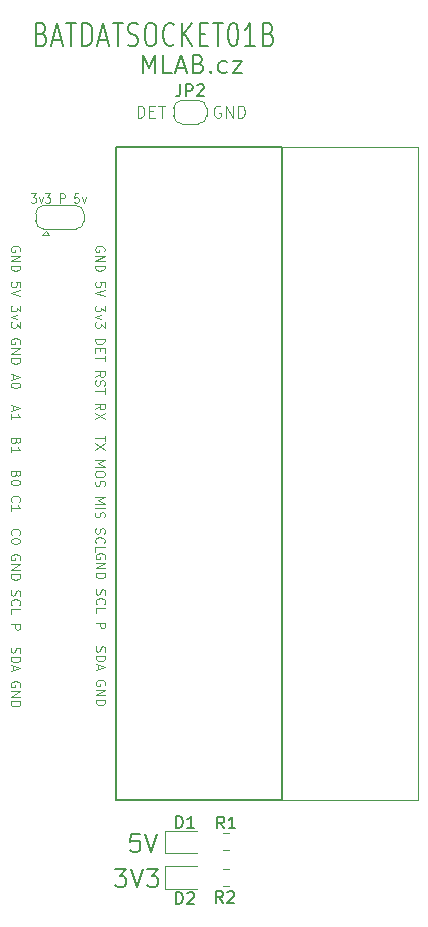
<source format=gbr>
%TF.GenerationSoftware,KiCad,Pcbnew,7.0.9-7.0.9~ubuntu23.04.1*%
%TF.CreationDate,2023-11-27T22:12:47+00:00*%
%TF.ProjectId,BATDATSOCKET01,42415444-4154-4534-9f43-4b455430312e,rev?*%
%TF.SameCoordinates,Original*%
%TF.FileFunction,Legend,Top*%
%TF.FilePolarity,Positive*%
%FSLAX46Y46*%
G04 Gerber Fmt 4.6, Leading zero omitted, Abs format (unit mm)*
G04 Created by KiCad (PCBNEW 7.0.9-7.0.9~ubuntu23.04.1) date 2023-11-27 22:12:47*
%MOMM*%
%LPD*%
G01*
G04 APERTURE LIST*
%ADD10C,0.100000*%
%ADD11C,0.150000*%
%ADD12C,0.200000*%
%ADD13C,0.120000*%
G04 APERTURE END LIST*
D10*
X-16748991Y61779688D02*
X-16710896Y61855878D01*
X-16710896Y61855878D02*
X-16710896Y61970164D01*
X-16710896Y61970164D02*
X-16748991Y62084450D01*
X-16748991Y62084450D02*
X-16825181Y62160640D01*
X-16825181Y62160640D02*
X-16901372Y62198735D01*
X-16901372Y62198735D02*
X-17053753Y62236831D01*
X-17053753Y62236831D02*
X-17168039Y62236831D01*
X-17168039Y62236831D02*
X-17320420Y62198735D01*
X-17320420Y62198735D02*
X-17396610Y62160640D01*
X-17396610Y62160640D02*
X-17472800Y62084450D01*
X-17472800Y62084450D02*
X-17510896Y61970164D01*
X-17510896Y61970164D02*
X-17510896Y61893973D01*
X-17510896Y61893973D02*
X-17472800Y61779688D01*
X-17472800Y61779688D02*
X-17434705Y61741592D01*
X-17434705Y61741592D02*
X-17168039Y61741592D01*
X-17168039Y61741592D02*
X-17168039Y61893973D01*
X-17510896Y61398735D02*
X-16710896Y61398735D01*
X-16710896Y61398735D02*
X-17510896Y60941592D01*
X-17510896Y60941592D02*
X-16710896Y60941592D01*
X-17510896Y60560640D02*
X-16710896Y60560640D01*
X-16710896Y60560640D02*
X-16710896Y60370164D01*
X-16710896Y60370164D02*
X-16748991Y60255878D01*
X-16748991Y60255878D02*
X-16825181Y60179688D01*
X-16825181Y60179688D02*
X-16901372Y60141593D01*
X-16901372Y60141593D02*
X-17053753Y60103497D01*
X-17053753Y60103497D02*
X-17168039Y60103497D01*
X-17168039Y60103497D02*
X-17320420Y60141593D01*
X-17320420Y60141593D02*
X-17396610Y60179688D01*
X-17396610Y60179688D02*
X-17472800Y60255878D01*
X-17472800Y60255878D02*
X-17510896Y60370164D01*
X-17510896Y60370164D02*
X-17510896Y60560640D01*
X-16710896Y58770164D02*
X-16710896Y59151116D01*
X-16710896Y59151116D02*
X-17091848Y59189212D01*
X-17091848Y59189212D02*
X-17053753Y59151116D01*
X-17053753Y59151116D02*
X-17015658Y59074926D01*
X-17015658Y59074926D02*
X-17015658Y58884450D01*
X-17015658Y58884450D02*
X-17053753Y58808259D01*
X-17053753Y58808259D02*
X-17091848Y58770164D01*
X-17091848Y58770164D02*
X-17168039Y58732069D01*
X-17168039Y58732069D02*
X-17358515Y58732069D01*
X-17358515Y58732069D02*
X-17434705Y58770164D01*
X-17434705Y58770164D02*
X-17472800Y58808259D01*
X-17472800Y58808259D02*
X-17510896Y58884450D01*
X-17510896Y58884450D02*
X-17510896Y59074926D01*
X-17510896Y59074926D02*
X-17472800Y59151116D01*
X-17472800Y59151116D02*
X-17434705Y59189212D01*
X-16710896Y58503497D02*
X-17510896Y58236830D01*
X-17510896Y58236830D02*
X-16710896Y57970164D01*
X-16710896Y57170164D02*
X-16710896Y56674926D01*
X-16710896Y56674926D02*
X-17015658Y56941592D01*
X-17015658Y56941592D02*
X-17015658Y56827307D01*
X-17015658Y56827307D02*
X-17053753Y56751116D01*
X-17053753Y56751116D02*
X-17091848Y56713021D01*
X-17091848Y56713021D02*
X-17168039Y56674926D01*
X-17168039Y56674926D02*
X-17358515Y56674926D01*
X-17358515Y56674926D02*
X-17434705Y56713021D01*
X-17434705Y56713021D02*
X-17472800Y56751116D01*
X-17472800Y56751116D02*
X-17510896Y56827307D01*
X-17510896Y56827307D02*
X-17510896Y57055878D01*
X-17510896Y57055878D02*
X-17472800Y57132069D01*
X-17472800Y57132069D02*
X-17434705Y57170164D01*
X-16977562Y56408259D02*
X-17510896Y56217783D01*
X-17510896Y56217783D02*
X-16977562Y56027306D01*
X-16710896Y55798735D02*
X-16710896Y55303497D01*
X-16710896Y55303497D02*
X-17015658Y55570163D01*
X-17015658Y55570163D02*
X-17015658Y55455878D01*
X-17015658Y55455878D02*
X-17053753Y55379687D01*
X-17053753Y55379687D02*
X-17091848Y55341592D01*
X-17091848Y55341592D02*
X-17168039Y55303497D01*
X-17168039Y55303497D02*
X-17358515Y55303497D01*
X-17358515Y55303497D02*
X-17434705Y55341592D01*
X-17434705Y55341592D02*
X-17472800Y55379687D01*
X-17472800Y55379687D02*
X-17510896Y55455878D01*
X-17510896Y55455878D02*
X-17510896Y55684449D01*
X-17510896Y55684449D02*
X-17472800Y55760640D01*
X-17472800Y55760640D02*
X-17434705Y55798735D01*
X-17510896Y54351115D02*
X-16710896Y54351115D01*
X-16710896Y54351115D02*
X-16710896Y54160639D01*
X-16710896Y54160639D02*
X-16748991Y54046353D01*
X-16748991Y54046353D02*
X-16825181Y53970163D01*
X-16825181Y53970163D02*
X-16901372Y53932068D01*
X-16901372Y53932068D02*
X-17053753Y53893972D01*
X-17053753Y53893972D02*
X-17168039Y53893972D01*
X-17168039Y53893972D02*
X-17320420Y53932068D01*
X-17320420Y53932068D02*
X-17396610Y53970163D01*
X-17396610Y53970163D02*
X-17472800Y54046353D01*
X-17472800Y54046353D02*
X-17510896Y54160639D01*
X-17510896Y54160639D02*
X-17510896Y54351115D01*
X-17091848Y53551115D02*
X-17091848Y53284449D01*
X-17510896Y53170163D02*
X-17510896Y53551115D01*
X-17510896Y53551115D02*
X-16710896Y53551115D01*
X-16710896Y53551115D02*
X-16710896Y53170163D01*
X-16710896Y52941591D02*
X-16710896Y52484448D01*
X-17510896Y52713020D02*
X-16710896Y52713020D01*
X-17510896Y51151114D02*
X-17129943Y51417781D01*
X-17510896Y51608257D02*
X-16710896Y51608257D01*
X-16710896Y51608257D02*
X-16710896Y51303495D01*
X-16710896Y51303495D02*
X-16748991Y51227305D01*
X-16748991Y51227305D02*
X-16787086Y51189210D01*
X-16787086Y51189210D02*
X-16863277Y51151114D01*
X-16863277Y51151114D02*
X-16977562Y51151114D01*
X-16977562Y51151114D02*
X-17053753Y51189210D01*
X-17053753Y51189210D02*
X-17091848Y51227305D01*
X-17091848Y51227305D02*
X-17129943Y51303495D01*
X-17129943Y51303495D02*
X-17129943Y51608257D01*
X-17472800Y50846353D02*
X-17510896Y50732067D01*
X-17510896Y50732067D02*
X-17510896Y50541591D01*
X-17510896Y50541591D02*
X-17472800Y50465400D01*
X-17472800Y50465400D02*
X-17434705Y50427305D01*
X-17434705Y50427305D02*
X-17358515Y50389210D01*
X-17358515Y50389210D02*
X-17282324Y50389210D01*
X-17282324Y50389210D02*
X-17206134Y50427305D01*
X-17206134Y50427305D02*
X-17168039Y50465400D01*
X-17168039Y50465400D02*
X-17129943Y50541591D01*
X-17129943Y50541591D02*
X-17091848Y50693972D01*
X-17091848Y50693972D02*
X-17053753Y50770162D01*
X-17053753Y50770162D02*
X-17015658Y50808257D01*
X-17015658Y50808257D02*
X-16939467Y50846353D01*
X-16939467Y50846353D02*
X-16863277Y50846353D01*
X-16863277Y50846353D02*
X-16787086Y50808257D01*
X-16787086Y50808257D02*
X-16748991Y50770162D01*
X-16748991Y50770162D02*
X-16710896Y50693972D01*
X-16710896Y50693972D02*
X-16710896Y50503495D01*
X-16710896Y50503495D02*
X-16748991Y50389210D01*
X-16710896Y50160638D02*
X-16710896Y49703495D01*
X-17510896Y49932067D02*
X-16710896Y49932067D01*
X-17510896Y48370161D02*
X-17129943Y48636828D01*
X-17510896Y48827304D02*
X-16710896Y48827304D01*
X-16710896Y48827304D02*
X-16710896Y48522542D01*
X-16710896Y48522542D02*
X-16748991Y48446352D01*
X-16748991Y48446352D02*
X-16787086Y48408257D01*
X-16787086Y48408257D02*
X-16863277Y48370161D01*
X-16863277Y48370161D02*
X-16977562Y48370161D01*
X-16977562Y48370161D02*
X-17053753Y48408257D01*
X-17053753Y48408257D02*
X-17091848Y48446352D01*
X-17091848Y48446352D02*
X-17129943Y48522542D01*
X-17129943Y48522542D02*
X-17129943Y48827304D01*
X-16710896Y48103495D02*
X-17510896Y47570161D01*
X-16710896Y47570161D02*
X-17510896Y48103495D01*
X-16710896Y46160637D02*
X-16710896Y45703494D01*
X-17510896Y45932066D02*
X-16710896Y45932066D01*
X-16710896Y45513018D02*
X-17510896Y44979684D01*
X-16710896Y44979684D02*
X-17510896Y45513018D01*
X-17510896Y44065398D02*
X-16710896Y44065398D01*
X-16710896Y44065398D02*
X-17282324Y43798732D01*
X-17282324Y43798732D02*
X-16710896Y43532065D01*
X-16710896Y43532065D02*
X-17510896Y43532065D01*
X-16710896Y42998731D02*
X-16710896Y42846350D01*
X-16710896Y42846350D02*
X-16748991Y42770160D01*
X-16748991Y42770160D02*
X-16825181Y42693969D01*
X-16825181Y42693969D02*
X-16977562Y42655874D01*
X-16977562Y42655874D02*
X-17244229Y42655874D01*
X-17244229Y42655874D02*
X-17396610Y42693969D01*
X-17396610Y42693969D02*
X-17472800Y42770160D01*
X-17472800Y42770160D02*
X-17510896Y42846350D01*
X-17510896Y42846350D02*
X-17510896Y42998731D01*
X-17510896Y42998731D02*
X-17472800Y43074922D01*
X-17472800Y43074922D02*
X-17396610Y43151112D01*
X-17396610Y43151112D02*
X-17244229Y43189208D01*
X-17244229Y43189208D02*
X-16977562Y43189208D01*
X-16977562Y43189208D02*
X-16825181Y43151112D01*
X-16825181Y43151112D02*
X-16748991Y43074922D01*
X-16748991Y43074922D02*
X-16710896Y42998731D01*
X-17472800Y42351113D02*
X-17510896Y42236827D01*
X-17510896Y42236827D02*
X-17510896Y42046351D01*
X-17510896Y42046351D02*
X-17472800Y41970160D01*
X-17472800Y41970160D02*
X-17434705Y41932065D01*
X-17434705Y41932065D02*
X-17358515Y41893970D01*
X-17358515Y41893970D02*
X-17282324Y41893970D01*
X-17282324Y41893970D02*
X-17206134Y41932065D01*
X-17206134Y41932065D02*
X-17168039Y41970160D01*
X-17168039Y41970160D02*
X-17129943Y42046351D01*
X-17129943Y42046351D02*
X-17091848Y42198732D01*
X-17091848Y42198732D02*
X-17053753Y42274922D01*
X-17053753Y42274922D02*
X-17015658Y42313017D01*
X-17015658Y42313017D02*
X-16939467Y42351113D01*
X-16939467Y42351113D02*
X-16863277Y42351113D01*
X-16863277Y42351113D02*
X-16787086Y42313017D01*
X-16787086Y42313017D02*
X-16748991Y42274922D01*
X-16748991Y42274922D02*
X-16710896Y42198732D01*
X-16710896Y42198732D02*
X-16710896Y42008255D01*
X-16710896Y42008255D02*
X-16748991Y41893970D01*
X-17510896Y40941588D02*
X-16710896Y40941588D01*
X-16710896Y40941588D02*
X-17282324Y40674922D01*
X-17282324Y40674922D02*
X-16710896Y40408255D01*
X-16710896Y40408255D02*
X-17510896Y40408255D01*
X-17510896Y40027302D02*
X-16710896Y40027302D01*
X-17472800Y39684446D02*
X-17510896Y39570160D01*
X-17510896Y39570160D02*
X-17510896Y39379684D01*
X-17510896Y39379684D02*
X-17472800Y39303493D01*
X-17472800Y39303493D02*
X-17434705Y39265398D01*
X-17434705Y39265398D02*
X-17358515Y39227303D01*
X-17358515Y39227303D02*
X-17282324Y39227303D01*
X-17282324Y39227303D02*
X-17206134Y39265398D01*
X-17206134Y39265398D02*
X-17168039Y39303493D01*
X-17168039Y39303493D02*
X-17129943Y39379684D01*
X-17129943Y39379684D02*
X-17091848Y39532065D01*
X-17091848Y39532065D02*
X-17053753Y39608255D01*
X-17053753Y39608255D02*
X-17015658Y39646350D01*
X-17015658Y39646350D02*
X-16939467Y39684446D01*
X-16939467Y39684446D02*
X-16863277Y39684446D01*
X-16863277Y39684446D02*
X-16787086Y39646350D01*
X-16787086Y39646350D02*
X-16748991Y39608255D01*
X-16748991Y39608255D02*
X-16710896Y39532065D01*
X-16710896Y39532065D02*
X-16710896Y39341588D01*
X-16710896Y39341588D02*
X-16748991Y39227303D01*
X-17472800Y38313017D02*
X-17510896Y38198731D01*
X-17510896Y38198731D02*
X-17510896Y38008255D01*
X-17510896Y38008255D02*
X-17472800Y37932064D01*
X-17472800Y37932064D02*
X-17434705Y37893969D01*
X-17434705Y37893969D02*
X-17358515Y37855874D01*
X-17358515Y37855874D02*
X-17282324Y37855874D01*
X-17282324Y37855874D02*
X-17206134Y37893969D01*
X-17206134Y37893969D02*
X-17168039Y37932064D01*
X-17168039Y37932064D02*
X-17129943Y38008255D01*
X-17129943Y38008255D02*
X-17091848Y38160636D01*
X-17091848Y38160636D02*
X-17053753Y38236826D01*
X-17053753Y38236826D02*
X-17015658Y38274921D01*
X-17015658Y38274921D02*
X-16939467Y38313017D01*
X-16939467Y38313017D02*
X-16863277Y38313017D01*
X-16863277Y38313017D02*
X-16787086Y38274921D01*
X-16787086Y38274921D02*
X-16748991Y38236826D01*
X-16748991Y38236826D02*
X-16710896Y38160636D01*
X-16710896Y38160636D02*
X-16710896Y37970159D01*
X-16710896Y37970159D02*
X-16748991Y37855874D01*
X-17434705Y37055873D02*
X-17472800Y37093969D01*
X-17472800Y37093969D02*
X-17510896Y37208254D01*
X-17510896Y37208254D02*
X-17510896Y37284445D01*
X-17510896Y37284445D02*
X-17472800Y37398731D01*
X-17472800Y37398731D02*
X-17396610Y37474921D01*
X-17396610Y37474921D02*
X-17320420Y37513016D01*
X-17320420Y37513016D02*
X-17168039Y37551112D01*
X-17168039Y37551112D02*
X-17053753Y37551112D01*
X-17053753Y37551112D02*
X-16901372Y37513016D01*
X-16901372Y37513016D02*
X-16825181Y37474921D01*
X-16825181Y37474921D02*
X-16748991Y37398731D01*
X-16748991Y37398731D02*
X-16710896Y37284445D01*
X-16710896Y37284445D02*
X-16710896Y37208254D01*
X-16710896Y37208254D02*
X-16748991Y37093969D01*
X-16748991Y37093969D02*
X-16787086Y37055873D01*
X-17510896Y36332064D02*
X-17510896Y36713016D01*
X-17510896Y36713016D02*
X-16710896Y36713016D01*
X-23884991Y61779688D02*
X-23846896Y61855878D01*
X-23846896Y61855878D02*
X-23846896Y61970164D01*
X-23846896Y61970164D02*
X-23884991Y62084450D01*
X-23884991Y62084450D02*
X-23961181Y62160640D01*
X-23961181Y62160640D02*
X-24037372Y62198735D01*
X-24037372Y62198735D02*
X-24189753Y62236831D01*
X-24189753Y62236831D02*
X-24304039Y62236831D01*
X-24304039Y62236831D02*
X-24456420Y62198735D01*
X-24456420Y62198735D02*
X-24532610Y62160640D01*
X-24532610Y62160640D02*
X-24608800Y62084450D01*
X-24608800Y62084450D02*
X-24646896Y61970164D01*
X-24646896Y61970164D02*
X-24646896Y61893973D01*
X-24646896Y61893973D02*
X-24608800Y61779688D01*
X-24608800Y61779688D02*
X-24570705Y61741592D01*
X-24570705Y61741592D02*
X-24304039Y61741592D01*
X-24304039Y61741592D02*
X-24304039Y61893973D01*
X-24646896Y61398735D02*
X-23846896Y61398735D01*
X-23846896Y61398735D02*
X-24646896Y60941592D01*
X-24646896Y60941592D02*
X-23846896Y60941592D01*
X-24646896Y60560640D02*
X-23846896Y60560640D01*
X-23846896Y60560640D02*
X-23846896Y60370164D01*
X-23846896Y60370164D02*
X-23884991Y60255878D01*
X-23884991Y60255878D02*
X-23961181Y60179688D01*
X-23961181Y60179688D02*
X-24037372Y60141593D01*
X-24037372Y60141593D02*
X-24189753Y60103497D01*
X-24189753Y60103497D02*
X-24304039Y60103497D01*
X-24304039Y60103497D02*
X-24456420Y60141593D01*
X-24456420Y60141593D02*
X-24532610Y60179688D01*
X-24532610Y60179688D02*
X-24608800Y60255878D01*
X-24608800Y60255878D02*
X-24646896Y60370164D01*
X-24646896Y60370164D02*
X-24646896Y60560640D01*
X-23846896Y58770164D02*
X-23846896Y59151116D01*
X-23846896Y59151116D02*
X-24227848Y59189212D01*
X-24227848Y59189212D02*
X-24189753Y59151116D01*
X-24189753Y59151116D02*
X-24151658Y59074926D01*
X-24151658Y59074926D02*
X-24151658Y58884450D01*
X-24151658Y58884450D02*
X-24189753Y58808259D01*
X-24189753Y58808259D02*
X-24227848Y58770164D01*
X-24227848Y58770164D02*
X-24304039Y58732069D01*
X-24304039Y58732069D02*
X-24494515Y58732069D01*
X-24494515Y58732069D02*
X-24570705Y58770164D01*
X-24570705Y58770164D02*
X-24608800Y58808259D01*
X-24608800Y58808259D02*
X-24646896Y58884450D01*
X-24646896Y58884450D02*
X-24646896Y59074926D01*
X-24646896Y59074926D02*
X-24608800Y59151116D01*
X-24608800Y59151116D02*
X-24570705Y59189212D01*
X-23846896Y58503497D02*
X-24646896Y58236830D01*
X-24646896Y58236830D02*
X-23846896Y57970164D01*
X-23846896Y57170164D02*
X-23846896Y56674926D01*
X-23846896Y56674926D02*
X-24151658Y56941592D01*
X-24151658Y56941592D02*
X-24151658Y56827307D01*
X-24151658Y56827307D02*
X-24189753Y56751116D01*
X-24189753Y56751116D02*
X-24227848Y56713021D01*
X-24227848Y56713021D02*
X-24304039Y56674926D01*
X-24304039Y56674926D02*
X-24494515Y56674926D01*
X-24494515Y56674926D02*
X-24570705Y56713021D01*
X-24570705Y56713021D02*
X-24608800Y56751116D01*
X-24608800Y56751116D02*
X-24646896Y56827307D01*
X-24646896Y56827307D02*
X-24646896Y57055878D01*
X-24646896Y57055878D02*
X-24608800Y57132069D01*
X-24608800Y57132069D02*
X-24570705Y57170164D01*
X-24113562Y56408259D02*
X-24646896Y56217783D01*
X-24646896Y56217783D02*
X-24113562Y56027306D01*
X-23846896Y55798735D02*
X-23846896Y55303497D01*
X-23846896Y55303497D02*
X-24151658Y55570163D01*
X-24151658Y55570163D02*
X-24151658Y55455878D01*
X-24151658Y55455878D02*
X-24189753Y55379687D01*
X-24189753Y55379687D02*
X-24227848Y55341592D01*
X-24227848Y55341592D02*
X-24304039Y55303497D01*
X-24304039Y55303497D02*
X-24494515Y55303497D01*
X-24494515Y55303497D02*
X-24570705Y55341592D01*
X-24570705Y55341592D02*
X-24608800Y55379687D01*
X-24608800Y55379687D02*
X-24646896Y55455878D01*
X-24646896Y55455878D02*
X-24646896Y55684449D01*
X-24646896Y55684449D02*
X-24608800Y55760640D01*
X-24608800Y55760640D02*
X-24570705Y55798735D01*
X-23884991Y53932068D02*
X-23846896Y54008258D01*
X-23846896Y54008258D02*
X-23846896Y54122544D01*
X-23846896Y54122544D02*
X-23884991Y54236830D01*
X-23884991Y54236830D02*
X-23961181Y54313020D01*
X-23961181Y54313020D02*
X-24037372Y54351115D01*
X-24037372Y54351115D02*
X-24189753Y54389211D01*
X-24189753Y54389211D02*
X-24304039Y54389211D01*
X-24304039Y54389211D02*
X-24456420Y54351115D01*
X-24456420Y54351115D02*
X-24532610Y54313020D01*
X-24532610Y54313020D02*
X-24608800Y54236830D01*
X-24608800Y54236830D02*
X-24646896Y54122544D01*
X-24646896Y54122544D02*
X-24646896Y54046353D01*
X-24646896Y54046353D02*
X-24608800Y53932068D01*
X-24608800Y53932068D02*
X-24570705Y53893972D01*
X-24570705Y53893972D02*
X-24304039Y53893972D01*
X-24304039Y53893972D02*
X-24304039Y54046353D01*
X-24646896Y53551115D02*
X-23846896Y53551115D01*
X-23846896Y53551115D02*
X-24646896Y53093972D01*
X-24646896Y53093972D02*
X-23846896Y53093972D01*
X-24646896Y52713020D02*
X-23846896Y52713020D01*
X-23846896Y52713020D02*
X-23846896Y52522544D01*
X-23846896Y52522544D02*
X-23884991Y52408258D01*
X-23884991Y52408258D02*
X-23961181Y52332068D01*
X-23961181Y52332068D02*
X-24037372Y52293973D01*
X-24037372Y52293973D02*
X-24189753Y52255877D01*
X-24189753Y52255877D02*
X-24304039Y52255877D01*
X-24304039Y52255877D02*
X-24456420Y52293973D01*
X-24456420Y52293973D02*
X-24532610Y52332068D01*
X-24532610Y52332068D02*
X-24608800Y52408258D01*
X-24608800Y52408258D02*
X-24646896Y52522544D01*
X-24646896Y52522544D02*
X-24646896Y52713020D01*
X-24418324Y51341592D02*
X-24418324Y50960639D01*
X-24646896Y51417782D02*
X-23846896Y51151115D01*
X-23846896Y51151115D02*
X-24646896Y50884449D01*
X-23846896Y50465401D02*
X-23846896Y50389211D01*
X-23846896Y50389211D02*
X-23884991Y50313020D01*
X-23884991Y50313020D02*
X-23923086Y50274925D01*
X-23923086Y50274925D02*
X-23999277Y50236830D01*
X-23999277Y50236830D02*
X-24151658Y50198735D01*
X-24151658Y50198735D02*
X-24342134Y50198735D01*
X-24342134Y50198735D02*
X-24494515Y50236830D01*
X-24494515Y50236830D02*
X-24570705Y50274925D01*
X-24570705Y50274925D02*
X-24608800Y50313020D01*
X-24608800Y50313020D02*
X-24646896Y50389211D01*
X-24646896Y50389211D02*
X-24646896Y50465401D01*
X-24646896Y50465401D02*
X-24608800Y50541592D01*
X-24608800Y50541592D02*
X-24570705Y50579687D01*
X-24570705Y50579687D02*
X-24494515Y50617782D01*
X-24494515Y50617782D02*
X-24342134Y50655878D01*
X-24342134Y50655878D02*
X-24151658Y50655878D01*
X-24151658Y50655878D02*
X-23999277Y50617782D01*
X-23999277Y50617782D02*
X-23923086Y50579687D01*
X-23923086Y50579687D02*
X-23884991Y50541592D01*
X-23884991Y50541592D02*
X-23846896Y50465401D01*
X-24418324Y48674925D02*
X-24418324Y48293972D01*
X-24646896Y48751115D02*
X-23846896Y48484448D01*
X-23846896Y48484448D02*
X-24646896Y48217782D01*
X-24646896Y47532068D02*
X-24646896Y47989211D01*
X-24646896Y47760639D02*
X-23846896Y47760639D01*
X-23846896Y47760639D02*
X-23961181Y47836830D01*
X-23961181Y47836830D02*
X-24037372Y47913020D01*
X-24037372Y47913020D02*
X-24075467Y47989211D01*
X-24227848Y45703496D02*
X-24265943Y45589210D01*
X-24265943Y45589210D02*
X-24304039Y45551115D01*
X-24304039Y45551115D02*
X-24380229Y45513019D01*
X-24380229Y45513019D02*
X-24494515Y45513019D01*
X-24494515Y45513019D02*
X-24570705Y45551115D01*
X-24570705Y45551115D02*
X-24608800Y45589210D01*
X-24608800Y45589210D02*
X-24646896Y45665400D01*
X-24646896Y45665400D02*
X-24646896Y45970162D01*
X-24646896Y45970162D02*
X-23846896Y45970162D01*
X-23846896Y45970162D02*
X-23846896Y45703496D01*
X-23846896Y45703496D02*
X-23884991Y45627305D01*
X-23884991Y45627305D02*
X-23923086Y45589210D01*
X-23923086Y45589210D02*
X-23999277Y45551115D01*
X-23999277Y45551115D02*
X-24075467Y45551115D01*
X-24075467Y45551115D02*
X-24151658Y45589210D01*
X-24151658Y45589210D02*
X-24189753Y45627305D01*
X-24189753Y45627305D02*
X-24227848Y45703496D01*
X-24227848Y45703496D02*
X-24227848Y45970162D01*
X-24646896Y44751115D02*
X-24646896Y45208258D01*
X-24646896Y44979686D02*
X-23846896Y44979686D01*
X-23846896Y44979686D02*
X-23961181Y45055877D01*
X-23961181Y45055877D02*
X-24037372Y45132067D01*
X-24037372Y45132067D02*
X-24075467Y45208258D01*
X-24227848Y42922543D02*
X-24265943Y42808257D01*
X-24265943Y42808257D02*
X-24304039Y42770162D01*
X-24304039Y42770162D02*
X-24380229Y42732066D01*
X-24380229Y42732066D02*
X-24494515Y42732066D01*
X-24494515Y42732066D02*
X-24570705Y42770162D01*
X-24570705Y42770162D02*
X-24608800Y42808257D01*
X-24608800Y42808257D02*
X-24646896Y42884447D01*
X-24646896Y42884447D02*
X-24646896Y43189209D01*
X-24646896Y43189209D02*
X-23846896Y43189209D01*
X-23846896Y43189209D02*
X-23846896Y42922543D01*
X-23846896Y42922543D02*
X-23884991Y42846352D01*
X-23884991Y42846352D02*
X-23923086Y42808257D01*
X-23923086Y42808257D02*
X-23999277Y42770162D01*
X-23999277Y42770162D02*
X-24075467Y42770162D01*
X-24075467Y42770162D02*
X-24151658Y42808257D01*
X-24151658Y42808257D02*
X-24189753Y42846352D01*
X-24189753Y42846352D02*
X-24227848Y42922543D01*
X-24227848Y42922543D02*
X-24227848Y43189209D01*
X-23846896Y42236828D02*
X-23846896Y42160638D01*
X-23846896Y42160638D02*
X-23884991Y42084447D01*
X-23884991Y42084447D02*
X-23923086Y42046352D01*
X-23923086Y42046352D02*
X-23999277Y42008257D01*
X-23999277Y42008257D02*
X-24151658Y41970162D01*
X-24151658Y41970162D02*
X-24342134Y41970162D01*
X-24342134Y41970162D02*
X-24494515Y42008257D01*
X-24494515Y42008257D02*
X-24570705Y42046352D01*
X-24570705Y42046352D02*
X-24608800Y42084447D01*
X-24608800Y42084447D02*
X-24646896Y42160638D01*
X-24646896Y42160638D02*
X-24646896Y42236828D01*
X-24646896Y42236828D02*
X-24608800Y42313019D01*
X-24608800Y42313019D02*
X-24570705Y42351114D01*
X-24570705Y42351114D02*
X-24494515Y42389209D01*
X-24494515Y42389209D02*
X-24342134Y42427305D01*
X-24342134Y42427305D02*
X-24151658Y42427305D01*
X-24151658Y42427305D02*
X-23999277Y42389209D01*
X-23999277Y42389209D02*
X-23923086Y42351114D01*
X-23923086Y42351114D02*
X-23884991Y42313019D01*
X-23884991Y42313019D02*
X-23846896Y42236828D01*
X-24570705Y40560637D02*
X-24608800Y40598733D01*
X-24608800Y40598733D02*
X-24646896Y40713018D01*
X-24646896Y40713018D02*
X-24646896Y40789209D01*
X-24646896Y40789209D02*
X-24608800Y40903495D01*
X-24608800Y40903495D02*
X-24532610Y40979685D01*
X-24532610Y40979685D02*
X-24456420Y41017780D01*
X-24456420Y41017780D02*
X-24304039Y41055876D01*
X-24304039Y41055876D02*
X-24189753Y41055876D01*
X-24189753Y41055876D02*
X-24037372Y41017780D01*
X-24037372Y41017780D02*
X-23961181Y40979685D01*
X-23961181Y40979685D02*
X-23884991Y40903495D01*
X-23884991Y40903495D02*
X-23846896Y40789209D01*
X-23846896Y40789209D02*
X-23846896Y40713018D01*
X-23846896Y40713018D02*
X-23884991Y40598733D01*
X-23884991Y40598733D02*
X-23923086Y40560637D01*
X-24646896Y39798733D02*
X-24646896Y40255876D01*
X-24646896Y40027304D02*
X-23846896Y40027304D01*
X-23846896Y40027304D02*
X-23961181Y40103495D01*
X-23961181Y40103495D02*
X-24037372Y40179685D01*
X-24037372Y40179685D02*
X-24075467Y40255876D01*
X-24570705Y37779684D02*
X-24608800Y37817780D01*
X-24608800Y37817780D02*
X-24646896Y37932065D01*
X-24646896Y37932065D02*
X-24646896Y38008256D01*
X-24646896Y38008256D02*
X-24608800Y38122542D01*
X-24608800Y38122542D02*
X-24532610Y38198732D01*
X-24532610Y38198732D02*
X-24456420Y38236827D01*
X-24456420Y38236827D02*
X-24304039Y38274923D01*
X-24304039Y38274923D02*
X-24189753Y38274923D01*
X-24189753Y38274923D02*
X-24037372Y38236827D01*
X-24037372Y38236827D02*
X-23961181Y38198732D01*
X-23961181Y38198732D02*
X-23884991Y38122542D01*
X-23884991Y38122542D02*
X-23846896Y38008256D01*
X-23846896Y38008256D02*
X-23846896Y37932065D01*
X-23846896Y37932065D02*
X-23884991Y37817780D01*
X-23884991Y37817780D02*
X-23923086Y37779684D01*
X-23846896Y37284446D02*
X-23846896Y37208256D01*
X-23846896Y37208256D02*
X-23884991Y37132065D01*
X-23884991Y37132065D02*
X-23923086Y37093970D01*
X-23923086Y37093970D02*
X-23999277Y37055875D01*
X-23999277Y37055875D02*
X-24151658Y37017780D01*
X-24151658Y37017780D02*
X-24342134Y37017780D01*
X-24342134Y37017780D02*
X-24494515Y37055875D01*
X-24494515Y37055875D02*
X-24570705Y37093970D01*
X-24570705Y37093970D02*
X-24608800Y37132065D01*
X-24608800Y37132065D02*
X-24646896Y37208256D01*
X-24646896Y37208256D02*
X-24646896Y37284446D01*
X-24646896Y37284446D02*
X-24608800Y37360637D01*
X-24608800Y37360637D02*
X-24570705Y37398732D01*
X-24570705Y37398732D02*
X-24494515Y37436827D01*
X-24494515Y37436827D02*
X-24342134Y37474923D01*
X-24342134Y37474923D02*
X-24151658Y37474923D01*
X-24151658Y37474923D02*
X-23999277Y37436827D01*
X-23999277Y37436827D02*
X-23923086Y37398732D01*
X-23923086Y37398732D02*
X-23884991Y37360637D01*
X-23884991Y37360637D02*
X-23846896Y37284446D01*
X-23884991Y35646351D02*
X-23846896Y35722541D01*
X-23846896Y35722541D02*
X-23846896Y35836827D01*
X-23846896Y35836827D02*
X-23884991Y35951113D01*
X-23884991Y35951113D02*
X-23961181Y36027303D01*
X-23961181Y36027303D02*
X-24037372Y36065398D01*
X-24037372Y36065398D02*
X-24189753Y36103494D01*
X-24189753Y36103494D02*
X-24304039Y36103494D01*
X-24304039Y36103494D02*
X-24456420Y36065398D01*
X-24456420Y36065398D02*
X-24532610Y36027303D01*
X-24532610Y36027303D02*
X-24608800Y35951113D01*
X-24608800Y35951113D02*
X-24646896Y35836827D01*
X-24646896Y35836827D02*
X-24646896Y35760636D01*
X-24646896Y35760636D02*
X-24608800Y35646351D01*
X-24608800Y35646351D02*
X-24570705Y35608255D01*
X-24570705Y35608255D02*
X-24304039Y35608255D01*
X-24304039Y35608255D02*
X-24304039Y35760636D01*
X-24646896Y35265398D02*
X-23846896Y35265398D01*
X-23846896Y35265398D02*
X-24646896Y34808255D01*
X-24646896Y34808255D02*
X-23846896Y34808255D01*
X-24646896Y34427303D02*
X-23846896Y34427303D01*
X-23846896Y34427303D02*
X-23846896Y34236827D01*
X-23846896Y34236827D02*
X-23884991Y34122541D01*
X-23884991Y34122541D02*
X-23961181Y34046351D01*
X-23961181Y34046351D02*
X-24037372Y34008256D01*
X-24037372Y34008256D02*
X-24189753Y33970160D01*
X-24189753Y33970160D02*
X-24304039Y33970160D01*
X-24304039Y33970160D02*
X-24456420Y34008256D01*
X-24456420Y34008256D02*
X-24532610Y34046351D01*
X-24532610Y34046351D02*
X-24608800Y34122541D01*
X-24608800Y34122541D02*
X-24646896Y34236827D01*
X-24646896Y34236827D02*
X-24646896Y34427303D01*
X-24608800Y33055875D02*
X-24646896Y32941589D01*
X-24646896Y32941589D02*
X-24646896Y32751113D01*
X-24646896Y32751113D02*
X-24608800Y32674922D01*
X-24608800Y32674922D02*
X-24570705Y32636827D01*
X-24570705Y32636827D02*
X-24494515Y32598732D01*
X-24494515Y32598732D02*
X-24418324Y32598732D01*
X-24418324Y32598732D02*
X-24342134Y32636827D01*
X-24342134Y32636827D02*
X-24304039Y32674922D01*
X-24304039Y32674922D02*
X-24265943Y32751113D01*
X-24265943Y32751113D02*
X-24227848Y32903494D01*
X-24227848Y32903494D02*
X-24189753Y32979684D01*
X-24189753Y32979684D02*
X-24151658Y33017779D01*
X-24151658Y33017779D02*
X-24075467Y33055875D01*
X-24075467Y33055875D02*
X-23999277Y33055875D01*
X-23999277Y33055875D02*
X-23923086Y33017779D01*
X-23923086Y33017779D02*
X-23884991Y32979684D01*
X-23884991Y32979684D02*
X-23846896Y32903494D01*
X-23846896Y32903494D02*
X-23846896Y32713017D01*
X-23846896Y32713017D02*
X-23884991Y32598732D01*
X-24570705Y31798731D02*
X-24608800Y31836827D01*
X-24608800Y31836827D02*
X-24646896Y31951112D01*
X-24646896Y31951112D02*
X-24646896Y32027303D01*
X-24646896Y32027303D02*
X-24608800Y32141589D01*
X-24608800Y32141589D02*
X-24532610Y32217779D01*
X-24532610Y32217779D02*
X-24456420Y32255874D01*
X-24456420Y32255874D02*
X-24304039Y32293970D01*
X-24304039Y32293970D02*
X-24189753Y32293970D01*
X-24189753Y32293970D02*
X-24037372Y32255874D01*
X-24037372Y32255874D02*
X-23961181Y32217779D01*
X-23961181Y32217779D02*
X-23884991Y32141589D01*
X-23884991Y32141589D02*
X-23846896Y32027303D01*
X-23846896Y32027303D02*
X-23846896Y31951112D01*
X-23846896Y31951112D02*
X-23884991Y31836827D01*
X-23884991Y31836827D02*
X-23923086Y31798731D01*
X-24646896Y31074922D02*
X-24646896Y31455874D01*
X-24646896Y31455874D02*
X-23846896Y31455874D01*
X-24646896Y30198731D02*
X-23846896Y30198731D01*
X-23846896Y30198731D02*
X-23846896Y29893969D01*
X-23846896Y29893969D02*
X-23884991Y29817779D01*
X-23884991Y29817779D02*
X-23923086Y29779684D01*
X-23923086Y29779684D02*
X-23999277Y29741588D01*
X-23999277Y29741588D02*
X-24113562Y29741588D01*
X-24113562Y29741588D02*
X-24189753Y29779684D01*
X-24189753Y29779684D02*
X-24227848Y29817779D01*
X-24227848Y29817779D02*
X-24265943Y29893969D01*
X-24265943Y29893969D02*
X-24265943Y30198731D01*
X-24608800Y28217779D02*
X-24646896Y28103493D01*
X-24646896Y28103493D02*
X-24646896Y27913017D01*
X-24646896Y27913017D02*
X-24608800Y27836826D01*
X-24608800Y27836826D02*
X-24570705Y27798731D01*
X-24570705Y27798731D02*
X-24494515Y27760636D01*
X-24494515Y27760636D02*
X-24418324Y27760636D01*
X-24418324Y27760636D02*
X-24342134Y27798731D01*
X-24342134Y27798731D02*
X-24304039Y27836826D01*
X-24304039Y27836826D02*
X-24265943Y27913017D01*
X-24265943Y27913017D02*
X-24227848Y28065398D01*
X-24227848Y28065398D02*
X-24189753Y28141588D01*
X-24189753Y28141588D02*
X-24151658Y28179683D01*
X-24151658Y28179683D02*
X-24075467Y28217779D01*
X-24075467Y28217779D02*
X-23999277Y28217779D01*
X-23999277Y28217779D02*
X-23923086Y28179683D01*
X-23923086Y28179683D02*
X-23884991Y28141588D01*
X-23884991Y28141588D02*
X-23846896Y28065398D01*
X-23846896Y28065398D02*
X-23846896Y27874921D01*
X-23846896Y27874921D02*
X-23884991Y27760636D01*
X-24646896Y27417778D02*
X-23846896Y27417778D01*
X-23846896Y27417778D02*
X-23846896Y27227302D01*
X-23846896Y27227302D02*
X-23884991Y27113016D01*
X-23884991Y27113016D02*
X-23961181Y27036826D01*
X-23961181Y27036826D02*
X-24037372Y26998731D01*
X-24037372Y26998731D02*
X-24189753Y26960635D01*
X-24189753Y26960635D02*
X-24304039Y26960635D01*
X-24304039Y26960635D02*
X-24456420Y26998731D01*
X-24456420Y26998731D02*
X-24532610Y27036826D01*
X-24532610Y27036826D02*
X-24608800Y27113016D01*
X-24608800Y27113016D02*
X-24646896Y27227302D01*
X-24646896Y27227302D02*
X-24646896Y27417778D01*
X-24418324Y26655874D02*
X-24418324Y26274921D01*
X-24646896Y26732064D02*
X-23846896Y26465397D01*
X-23846896Y26465397D02*
X-24646896Y26198731D01*
X-23884991Y24903493D02*
X-23846896Y24979683D01*
X-23846896Y24979683D02*
X-23846896Y25093969D01*
X-23846896Y25093969D02*
X-23884991Y25208255D01*
X-23884991Y25208255D02*
X-23961181Y25284445D01*
X-23961181Y25284445D02*
X-24037372Y25322540D01*
X-24037372Y25322540D02*
X-24189753Y25360636D01*
X-24189753Y25360636D02*
X-24304039Y25360636D01*
X-24304039Y25360636D02*
X-24456420Y25322540D01*
X-24456420Y25322540D02*
X-24532610Y25284445D01*
X-24532610Y25284445D02*
X-24608800Y25208255D01*
X-24608800Y25208255D02*
X-24646896Y25093969D01*
X-24646896Y25093969D02*
X-24646896Y25017778D01*
X-24646896Y25017778D02*
X-24608800Y24903493D01*
X-24608800Y24903493D02*
X-24570705Y24865397D01*
X-24570705Y24865397D02*
X-24304039Y24865397D01*
X-24304039Y24865397D02*
X-24304039Y25017778D01*
X-24646896Y24522540D02*
X-23846896Y24522540D01*
X-23846896Y24522540D02*
X-24646896Y24065397D01*
X-24646896Y24065397D02*
X-23846896Y24065397D01*
X-24646896Y23684445D02*
X-23846896Y23684445D01*
X-23846896Y23684445D02*
X-23846896Y23493969D01*
X-23846896Y23493969D02*
X-23884991Y23379683D01*
X-23884991Y23379683D02*
X-23961181Y23303493D01*
X-23961181Y23303493D02*
X-24037372Y23265398D01*
X-24037372Y23265398D02*
X-24189753Y23227302D01*
X-24189753Y23227302D02*
X-24304039Y23227302D01*
X-24304039Y23227302D02*
X-24456420Y23265398D01*
X-24456420Y23265398D02*
X-24532610Y23303493D01*
X-24532610Y23303493D02*
X-24608800Y23379683D01*
X-24608800Y23379683D02*
X-24646896Y23493969D01*
X-24646896Y23493969D02*
X-24646896Y23684445D01*
D11*
X-15801031Y9446372D02*
X-14872459Y9446372D01*
X-14872459Y9446372D02*
X-15372459Y8874943D01*
X-15372459Y8874943D02*
X-15158174Y8874943D01*
X-15158174Y8874943D02*
X-15015316Y8803515D01*
X-15015316Y8803515D02*
X-14943888Y8732086D01*
X-14943888Y8732086D02*
X-14872459Y8589229D01*
X-14872459Y8589229D02*
X-14872459Y8232086D01*
X-14872459Y8232086D02*
X-14943888Y8089229D01*
X-14943888Y8089229D02*
X-15015316Y8017800D01*
X-15015316Y8017800D02*
X-15158174Y7946372D01*
X-15158174Y7946372D02*
X-15586745Y7946372D01*
X-15586745Y7946372D02*
X-15729602Y8017800D01*
X-15729602Y8017800D02*
X-15801031Y8089229D01*
X-14443888Y9446372D02*
X-13943888Y7946372D01*
X-13943888Y7946372D02*
X-13443888Y9446372D01*
X-13086746Y9446372D02*
X-12158174Y9446372D01*
X-12158174Y9446372D02*
X-12658174Y8874943D01*
X-12658174Y8874943D02*
X-12443889Y8874943D01*
X-12443889Y8874943D02*
X-12301031Y8803515D01*
X-12301031Y8803515D02*
X-12229603Y8732086D01*
X-12229603Y8732086D02*
X-12158174Y8589229D01*
X-12158174Y8589229D02*
X-12158174Y8232086D01*
X-12158174Y8232086D02*
X-12229603Y8089229D01*
X-12229603Y8089229D02*
X-12301031Y8017800D01*
X-12301031Y8017800D02*
X-12443889Y7946372D01*
X-12443889Y7946372D02*
X-12872460Y7946372D01*
X-12872460Y7946372D02*
X-13015317Y8017800D01*
X-13015317Y8017800D02*
X-13086746Y8089229D01*
D12*
X-22025280Y80157781D02*
X-21810994Y80062543D01*
X-21810994Y80062543D02*
X-21739565Y79967305D01*
X-21739565Y79967305D02*
X-21668137Y79776829D01*
X-21668137Y79776829D02*
X-21668137Y79491115D01*
X-21668137Y79491115D02*
X-21739565Y79300639D01*
X-21739565Y79300639D02*
X-21810994Y79205400D01*
X-21810994Y79205400D02*
X-21953851Y79110162D01*
X-21953851Y79110162D02*
X-22525280Y79110162D01*
X-22525280Y79110162D02*
X-22525280Y81110162D01*
X-22525280Y81110162D02*
X-22025280Y81110162D01*
X-22025280Y81110162D02*
X-21882422Y81014924D01*
X-21882422Y81014924D02*
X-21810994Y80919686D01*
X-21810994Y80919686D02*
X-21739565Y80729210D01*
X-21739565Y80729210D02*
X-21739565Y80538734D01*
X-21739565Y80538734D02*
X-21810994Y80348258D01*
X-21810994Y80348258D02*
X-21882422Y80253020D01*
X-21882422Y80253020D02*
X-22025280Y80157781D01*
X-22025280Y80157781D02*
X-22525280Y80157781D01*
X-21096708Y79681591D02*
X-20382422Y79681591D01*
X-21239565Y79110162D02*
X-20739565Y81110162D01*
X-20739565Y81110162D02*
X-20239565Y79110162D01*
X-19953851Y81110162D02*
X-19096708Y81110162D01*
X-19525280Y79110162D02*
X-19525280Y81110162D01*
X-18596709Y79110162D02*
X-18596709Y81110162D01*
X-18596709Y81110162D02*
X-18239566Y81110162D01*
X-18239566Y81110162D02*
X-18025280Y81014924D01*
X-18025280Y81014924D02*
X-17882423Y80824448D01*
X-17882423Y80824448D02*
X-17810994Y80633972D01*
X-17810994Y80633972D02*
X-17739566Y80253020D01*
X-17739566Y80253020D02*
X-17739566Y79967305D01*
X-17739566Y79967305D02*
X-17810994Y79586353D01*
X-17810994Y79586353D02*
X-17882423Y79395877D01*
X-17882423Y79395877D02*
X-18025280Y79205400D01*
X-18025280Y79205400D02*
X-18239566Y79110162D01*
X-18239566Y79110162D02*
X-18596709Y79110162D01*
X-17168137Y79681591D02*
X-16453851Y79681591D01*
X-17310994Y79110162D02*
X-16810994Y81110162D01*
X-16810994Y81110162D02*
X-16310994Y79110162D01*
X-16025280Y81110162D02*
X-15168137Y81110162D01*
X-15596709Y79110162D02*
X-15596709Y81110162D01*
X-14739566Y79205400D02*
X-14525280Y79110162D01*
X-14525280Y79110162D02*
X-14168138Y79110162D01*
X-14168138Y79110162D02*
X-14025280Y79205400D01*
X-14025280Y79205400D02*
X-13953852Y79300639D01*
X-13953852Y79300639D02*
X-13882423Y79491115D01*
X-13882423Y79491115D02*
X-13882423Y79681591D01*
X-13882423Y79681591D02*
X-13953852Y79872067D01*
X-13953852Y79872067D02*
X-14025280Y79967305D01*
X-14025280Y79967305D02*
X-14168138Y80062543D01*
X-14168138Y80062543D02*
X-14453852Y80157781D01*
X-14453852Y80157781D02*
X-14596709Y80253020D01*
X-14596709Y80253020D02*
X-14668138Y80348258D01*
X-14668138Y80348258D02*
X-14739566Y80538734D01*
X-14739566Y80538734D02*
X-14739566Y80729210D01*
X-14739566Y80729210D02*
X-14668138Y80919686D01*
X-14668138Y80919686D02*
X-14596709Y81014924D01*
X-14596709Y81014924D02*
X-14453852Y81110162D01*
X-14453852Y81110162D02*
X-14096709Y81110162D01*
X-14096709Y81110162D02*
X-13882423Y81014924D01*
X-12953852Y81110162D02*
X-12668138Y81110162D01*
X-12668138Y81110162D02*
X-12525281Y81014924D01*
X-12525281Y81014924D02*
X-12382424Y80824448D01*
X-12382424Y80824448D02*
X-12310995Y80443496D01*
X-12310995Y80443496D02*
X-12310995Y79776829D01*
X-12310995Y79776829D02*
X-12382424Y79395877D01*
X-12382424Y79395877D02*
X-12525281Y79205400D01*
X-12525281Y79205400D02*
X-12668138Y79110162D01*
X-12668138Y79110162D02*
X-12953852Y79110162D01*
X-12953852Y79110162D02*
X-13096709Y79205400D01*
X-13096709Y79205400D02*
X-13239567Y79395877D01*
X-13239567Y79395877D02*
X-13310995Y79776829D01*
X-13310995Y79776829D02*
X-13310995Y80443496D01*
X-13310995Y80443496D02*
X-13239567Y80824448D01*
X-13239567Y80824448D02*
X-13096709Y81014924D01*
X-13096709Y81014924D02*
X-12953852Y81110162D01*
X-10810995Y79300639D02*
X-10882423Y79205400D01*
X-10882423Y79205400D02*
X-11096709Y79110162D01*
X-11096709Y79110162D02*
X-11239566Y79110162D01*
X-11239566Y79110162D02*
X-11453852Y79205400D01*
X-11453852Y79205400D02*
X-11596709Y79395877D01*
X-11596709Y79395877D02*
X-11668138Y79586353D01*
X-11668138Y79586353D02*
X-11739566Y79967305D01*
X-11739566Y79967305D02*
X-11739566Y80253020D01*
X-11739566Y80253020D02*
X-11668138Y80633972D01*
X-11668138Y80633972D02*
X-11596709Y80824448D01*
X-11596709Y80824448D02*
X-11453852Y81014924D01*
X-11453852Y81014924D02*
X-11239566Y81110162D01*
X-11239566Y81110162D02*
X-11096709Y81110162D01*
X-11096709Y81110162D02*
X-10882423Y81014924D01*
X-10882423Y81014924D02*
X-10810995Y80919686D01*
X-10168138Y79110162D02*
X-10168138Y81110162D01*
X-9310995Y79110162D02*
X-9953852Y80253020D01*
X-9310995Y81110162D02*
X-10168138Y79967305D01*
X-8668138Y80157781D02*
X-8168138Y80157781D01*
X-7953852Y79110162D02*
X-8668138Y79110162D01*
X-8668138Y79110162D02*
X-8668138Y81110162D01*
X-8668138Y81110162D02*
X-7953852Y81110162D01*
X-7525280Y81110162D02*
X-6668137Y81110162D01*
X-7096709Y79110162D02*
X-7096709Y81110162D01*
X-5882423Y81110162D02*
X-5739566Y81110162D01*
X-5739566Y81110162D02*
X-5596709Y81014924D01*
X-5596709Y81014924D02*
X-5525280Y80919686D01*
X-5525280Y80919686D02*
X-5453852Y80729210D01*
X-5453852Y80729210D02*
X-5382423Y80348258D01*
X-5382423Y80348258D02*
X-5382423Y79872067D01*
X-5382423Y79872067D02*
X-5453852Y79491115D01*
X-5453852Y79491115D02*
X-5525280Y79300639D01*
X-5525280Y79300639D02*
X-5596709Y79205400D01*
X-5596709Y79205400D02*
X-5739566Y79110162D01*
X-5739566Y79110162D02*
X-5882423Y79110162D01*
X-5882423Y79110162D02*
X-6025280Y79205400D01*
X-6025280Y79205400D02*
X-6096709Y79300639D01*
X-6096709Y79300639D02*
X-6168138Y79491115D01*
X-6168138Y79491115D02*
X-6239566Y79872067D01*
X-6239566Y79872067D02*
X-6239566Y80348258D01*
X-6239566Y80348258D02*
X-6168138Y80729210D01*
X-6168138Y80729210D02*
X-6096709Y80919686D01*
X-6096709Y80919686D02*
X-6025280Y81014924D01*
X-6025280Y81014924D02*
X-5882423Y81110162D01*
X-3953852Y79110162D02*
X-4810995Y79110162D01*
X-4382424Y79110162D02*
X-4382424Y81110162D01*
X-4382424Y81110162D02*
X-4525281Y80824448D01*
X-4525281Y80824448D02*
X-4668138Y80633972D01*
X-4668138Y80633972D02*
X-4810995Y80538734D01*
X-2810996Y80157781D02*
X-2596710Y80062543D01*
X-2596710Y80062543D02*
X-2525281Y79967305D01*
X-2525281Y79967305D02*
X-2453853Y79776829D01*
X-2453853Y79776829D02*
X-2453853Y79491115D01*
X-2453853Y79491115D02*
X-2525281Y79300639D01*
X-2525281Y79300639D02*
X-2596710Y79205400D01*
X-2596710Y79205400D02*
X-2739567Y79110162D01*
X-2739567Y79110162D02*
X-3310996Y79110162D01*
X-3310996Y79110162D02*
X-3310996Y81110162D01*
X-3310996Y81110162D02*
X-2810996Y81110162D01*
X-2810996Y81110162D02*
X-2668138Y81014924D01*
X-2668138Y81014924D02*
X-2596710Y80919686D01*
X-2596710Y80919686D02*
X-2525281Y80729210D01*
X-2525281Y80729210D02*
X-2525281Y80538734D01*
X-2525281Y80538734D02*
X-2596710Y80348258D01*
X-2596710Y80348258D02*
X-2668138Y80253020D01*
X-2668138Y80253020D02*
X-2810996Y80157781D01*
X-2810996Y80157781D02*
X-3310996Y80157781D01*
D11*
X-13743888Y12446372D02*
X-14458174Y12446372D01*
X-14458174Y12446372D02*
X-14529602Y11732086D01*
X-14529602Y11732086D02*
X-14458174Y11803515D01*
X-14458174Y11803515D02*
X-14315316Y11874943D01*
X-14315316Y11874943D02*
X-13958174Y11874943D01*
X-13958174Y11874943D02*
X-13815316Y11803515D01*
X-13815316Y11803515D02*
X-13743888Y11732086D01*
X-13743888Y11732086D02*
X-13672459Y11589229D01*
X-13672459Y11589229D02*
X-13672459Y11232086D01*
X-13672459Y11232086D02*
X-13743888Y11089229D01*
X-13743888Y11089229D02*
X-13815316Y11017800D01*
X-13815316Y11017800D02*
X-13958174Y10946372D01*
X-13958174Y10946372D02*
X-14315316Y10946372D01*
X-14315316Y10946372D02*
X-14458174Y11017800D01*
X-14458174Y11017800D02*
X-14529602Y11089229D01*
X-13243888Y12446372D02*
X-12743888Y10946372D01*
X-12743888Y10946372D02*
X-12243888Y12446372D01*
D10*
X-13910116Y73082581D02*
X-13910116Y74082581D01*
X-13910116Y74082581D02*
X-13672021Y74082581D01*
X-13672021Y74082581D02*
X-13529164Y74034962D01*
X-13529164Y74034962D02*
X-13433926Y73939724D01*
X-13433926Y73939724D02*
X-13386307Y73844486D01*
X-13386307Y73844486D02*
X-13338688Y73654010D01*
X-13338688Y73654010D02*
X-13338688Y73511153D01*
X-13338688Y73511153D02*
X-13386307Y73320677D01*
X-13386307Y73320677D02*
X-13433926Y73225439D01*
X-13433926Y73225439D02*
X-13529164Y73130200D01*
X-13529164Y73130200D02*
X-13672021Y73082581D01*
X-13672021Y73082581D02*
X-13910116Y73082581D01*
X-12910116Y73606391D02*
X-12576783Y73606391D01*
X-12433926Y73082581D02*
X-12910116Y73082581D01*
X-12910116Y73082581D02*
X-12910116Y74082581D01*
X-12910116Y74082581D02*
X-12433926Y74082581D01*
X-12148211Y74082581D02*
X-11576783Y74082581D01*
X-11862497Y73082581D02*
X-11862497Y74082581D01*
X-6910115Y74034962D02*
X-7005353Y74082581D01*
X-7005353Y74082581D02*
X-7148210Y74082581D01*
X-7148210Y74082581D02*
X-7291067Y74034962D01*
X-7291067Y74034962D02*
X-7386305Y73939724D01*
X-7386305Y73939724D02*
X-7433924Y73844486D01*
X-7433924Y73844486D02*
X-7481543Y73654010D01*
X-7481543Y73654010D02*
X-7481543Y73511153D01*
X-7481543Y73511153D02*
X-7433924Y73320677D01*
X-7433924Y73320677D02*
X-7386305Y73225439D01*
X-7386305Y73225439D02*
X-7291067Y73130200D01*
X-7291067Y73130200D02*
X-7148210Y73082581D01*
X-7148210Y73082581D02*
X-7052972Y73082581D01*
X-7052972Y73082581D02*
X-6910115Y73130200D01*
X-6910115Y73130200D02*
X-6862496Y73177820D01*
X-6862496Y73177820D02*
X-6862496Y73511153D01*
X-6862496Y73511153D02*
X-7052972Y73511153D01*
X-6433924Y73082581D02*
X-6433924Y74082581D01*
X-6433924Y74082581D02*
X-5862496Y73082581D01*
X-5862496Y73082581D02*
X-5862496Y74082581D01*
X-5386305Y73082581D02*
X-5386305Y74082581D01*
X-5386305Y74082581D02*
X-5148210Y74082581D01*
X-5148210Y74082581D02*
X-5005353Y74034962D01*
X-5005353Y74034962D02*
X-4910115Y73939724D01*
X-4910115Y73939724D02*
X-4862496Y73844486D01*
X-4862496Y73844486D02*
X-4814877Y73654010D01*
X-4814877Y73654010D02*
X-4814877Y73511153D01*
X-4814877Y73511153D02*
X-4862496Y73320677D01*
X-4862496Y73320677D02*
X-4910115Y73225439D01*
X-4910115Y73225439D02*
X-5005353Y73130200D01*
X-5005353Y73130200D02*
X-5148210Y73082581D01*
X-5148210Y73082581D02*
X-5386305Y73082581D01*
D12*
X-13443480Y76859972D02*
X-13443480Y78359972D01*
X-13443480Y78359972D02*
X-12943480Y77288543D01*
X-12943480Y77288543D02*
X-12443480Y78359972D01*
X-12443480Y78359972D02*
X-12443480Y76859972D01*
X-11014908Y76859972D02*
X-11729194Y76859972D01*
X-11729194Y76859972D02*
X-11729194Y78359972D01*
X-10586336Y77288543D02*
X-9872050Y77288543D01*
X-10729193Y76859972D02*
X-10229193Y78359972D01*
X-10229193Y78359972D02*
X-9729193Y76859972D01*
X-8729194Y77645686D02*
X-8514908Y77574258D01*
X-8514908Y77574258D02*
X-8443479Y77502829D01*
X-8443479Y77502829D02*
X-8372051Y77359972D01*
X-8372051Y77359972D02*
X-8372051Y77145686D01*
X-8372051Y77145686D02*
X-8443479Y77002829D01*
X-8443479Y77002829D02*
X-8514908Y76931400D01*
X-8514908Y76931400D02*
X-8657765Y76859972D01*
X-8657765Y76859972D02*
X-9229194Y76859972D01*
X-9229194Y76859972D02*
X-9229194Y78359972D01*
X-9229194Y78359972D02*
X-8729194Y78359972D01*
X-8729194Y78359972D02*
X-8586336Y78288543D01*
X-8586336Y78288543D02*
X-8514908Y78217115D01*
X-8514908Y78217115D02*
X-8443479Y78074258D01*
X-8443479Y78074258D02*
X-8443479Y77931400D01*
X-8443479Y77931400D02*
X-8514908Y77788543D01*
X-8514908Y77788543D02*
X-8586336Y77717115D01*
X-8586336Y77717115D02*
X-8729194Y77645686D01*
X-8729194Y77645686D02*
X-9229194Y77645686D01*
X-7729194Y77002829D02*
X-7657765Y76931400D01*
X-7657765Y76931400D02*
X-7729194Y76859972D01*
X-7729194Y76859972D02*
X-7800622Y76931400D01*
X-7800622Y76931400D02*
X-7729194Y77002829D01*
X-7729194Y77002829D02*
X-7729194Y76859972D01*
X-6372050Y76931400D02*
X-6514908Y76859972D01*
X-6514908Y76859972D02*
X-6800622Y76859972D01*
X-6800622Y76859972D02*
X-6943479Y76931400D01*
X-6943479Y76931400D02*
X-7014908Y77002829D01*
X-7014908Y77002829D02*
X-7086336Y77145686D01*
X-7086336Y77145686D02*
X-7086336Y77574258D01*
X-7086336Y77574258D02*
X-7014908Y77717115D01*
X-7014908Y77717115D02*
X-6943479Y77788543D01*
X-6943479Y77788543D02*
X-6800622Y77859972D01*
X-6800622Y77859972D02*
X-6514908Y77859972D01*
X-6514908Y77859972D02*
X-6372050Y77788543D01*
X-5872051Y77859972D02*
X-5086336Y77859972D01*
X-5086336Y77859972D02*
X-5872051Y76859972D01*
X-5872051Y76859972D02*
X-5086336Y76859972D01*
D10*
X-16698991Y35749688D02*
X-16660896Y35825878D01*
X-16660896Y35825878D02*
X-16660896Y35940164D01*
X-16660896Y35940164D02*
X-16698991Y36054450D01*
X-16698991Y36054450D02*
X-16775181Y36130640D01*
X-16775181Y36130640D02*
X-16851372Y36168735D01*
X-16851372Y36168735D02*
X-17003753Y36206831D01*
X-17003753Y36206831D02*
X-17118039Y36206831D01*
X-17118039Y36206831D02*
X-17270420Y36168735D01*
X-17270420Y36168735D02*
X-17346610Y36130640D01*
X-17346610Y36130640D02*
X-17422800Y36054450D01*
X-17422800Y36054450D02*
X-17460896Y35940164D01*
X-17460896Y35940164D02*
X-17460896Y35863973D01*
X-17460896Y35863973D02*
X-17422800Y35749688D01*
X-17422800Y35749688D02*
X-17384705Y35711592D01*
X-17384705Y35711592D02*
X-17118039Y35711592D01*
X-17118039Y35711592D02*
X-17118039Y35863973D01*
X-17460896Y35368735D02*
X-16660896Y35368735D01*
X-16660896Y35368735D02*
X-17460896Y34911592D01*
X-17460896Y34911592D02*
X-16660896Y34911592D01*
X-17460896Y34530640D02*
X-16660896Y34530640D01*
X-16660896Y34530640D02*
X-16660896Y34340164D01*
X-16660896Y34340164D02*
X-16698991Y34225878D01*
X-16698991Y34225878D02*
X-16775181Y34149688D01*
X-16775181Y34149688D02*
X-16851372Y34111593D01*
X-16851372Y34111593D02*
X-17003753Y34073497D01*
X-17003753Y34073497D02*
X-17118039Y34073497D01*
X-17118039Y34073497D02*
X-17270420Y34111593D01*
X-17270420Y34111593D02*
X-17346610Y34149688D01*
X-17346610Y34149688D02*
X-17422800Y34225878D01*
X-17422800Y34225878D02*
X-17460896Y34340164D01*
X-17460896Y34340164D02*
X-17460896Y34530640D01*
X-17422800Y33159212D02*
X-17460896Y33044926D01*
X-17460896Y33044926D02*
X-17460896Y32854450D01*
X-17460896Y32854450D02*
X-17422800Y32778259D01*
X-17422800Y32778259D02*
X-17384705Y32740164D01*
X-17384705Y32740164D02*
X-17308515Y32702069D01*
X-17308515Y32702069D02*
X-17232324Y32702069D01*
X-17232324Y32702069D02*
X-17156134Y32740164D01*
X-17156134Y32740164D02*
X-17118039Y32778259D01*
X-17118039Y32778259D02*
X-17079943Y32854450D01*
X-17079943Y32854450D02*
X-17041848Y33006831D01*
X-17041848Y33006831D02*
X-17003753Y33083021D01*
X-17003753Y33083021D02*
X-16965658Y33121116D01*
X-16965658Y33121116D02*
X-16889467Y33159212D01*
X-16889467Y33159212D02*
X-16813277Y33159212D01*
X-16813277Y33159212D02*
X-16737086Y33121116D01*
X-16737086Y33121116D02*
X-16698991Y33083021D01*
X-16698991Y33083021D02*
X-16660896Y33006831D01*
X-16660896Y33006831D02*
X-16660896Y32816354D01*
X-16660896Y32816354D02*
X-16698991Y32702069D01*
X-17384705Y31902068D02*
X-17422800Y31940164D01*
X-17422800Y31940164D02*
X-17460896Y32054449D01*
X-17460896Y32054449D02*
X-17460896Y32130640D01*
X-17460896Y32130640D02*
X-17422800Y32244926D01*
X-17422800Y32244926D02*
X-17346610Y32321116D01*
X-17346610Y32321116D02*
X-17270420Y32359211D01*
X-17270420Y32359211D02*
X-17118039Y32397307D01*
X-17118039Y32397307D02*
X-17003753Y32397307D01*
X-17003753Y32397307D02*
X-16851372Y32359211D01*
X-16851372Y32359211D02*
X-16775181Y32321116D01*
X-16775181Y32321116D02*
X-16698991Y32244926D01*
X-16698991Y32244926D02*
X-16660896Y32130640D01*
X-16660896Y32130640D02*
X-16660896Y32054449D01*
X-16660896Y32054449D02*
X-16698991Y31940164D01*
X-16698991Y31940164D02*
X-16737086Y31902068D01*
X-17460896Y31178259D02*
X-17460896Y31559211D01*
X-17460896Y31559211D02*
X-16660896Y31559211D01*
X-17460896Y30302068D02*
X-16660896Y30302068D01*
X-16660896Y30302068D02*
X-16660896Y29997306D01*
X-16660896Y29997306D02*
X-16698991Y29921116D01*
X-16698991Y29921116D02*
X-16737086Y29883021D01*
X-16737086Y29883021D02*
X-16813277Y29844925D01*
X-16813277Y29844925D02*
X-16927562Y29844925D01*
X-16927562Y29844925D02*
X-17003753Y29883021D01*
X-17003753Y29883021D02*
X-17041848Y29921116D01*
X-17041848Y29921116D02*
X-17079943Y29997306D01*
X-17079943Y29997306D02*
X-17079943Y30302068D01*
X-17422800Y28321116D02*
X-17460896Y28206830D01*
X-17460896Y28206830D02*
X-17460896Y28016354D01*
X-17460896Y28016354D02*
X-17422800Y27940163D01*
X-17422800Y27940163D02*
X-17384705Y27902068D01*
X-17384705Y27902068D02*
X-17308515Y27863973D01*
X-17308515Y27863973D02*
X-17232324Y27863973D01*
X-17232324Y27863973D02*
X-17156134Y27902068D01*
X-17156134Y27902068D02*
X-17118039Y27940163D01*
X-17118039Y27940163D02*
X-17079943Y28016354D01*
X-17079943Y28016354D02*
X-17041848Y28168735D01*
X-17041848Y28168735D02*
X-17003753Y28244925D01*
X-17003753Y28244925D02*
X-16965658Y28283020D01*
X-16965658Y28283020D02*
X-16889467Y28321116D01*
X-16889467Y28321116D02*
X-16813277Y28321116D01*
X-16813277Y28321116D02*
X-16737086Y28283020D01*
X-16737086Y28283020D02*
X-16698991Y28244925D01*
X-16698991Y28244925D02*
X-16660896Y28168735D01*
X-16660896Y28168735D02*
X-16660896Y27978258D01*
X-16660896Y27978258D02*
X-16698991Y27863973D01*
X-17460896Y27521115D02*
X-16660896Y27521115D01*
X-16660896Y27521115D02*
X-16660896Y27330639D01*
X-16660896Y27330639D02*
X-16698991Y27216353D01*
X-16698991Y27216353D02*
X-16775181Y27140163D01*
X-16775181Y27140163D02*
X-16851372Y27102068D01*
X-16851372Y27102068D02*
X-17003753Y27063972D01*
X-17003753Y27063972D02*
X-17118039Y27063972D01*
X-17118039Y27063972D02*
X-17270420Y27102068D01*
X-17270420Y27102068D02*
X-17346610Y27140163D01*
X-17346610Y27140163D02*
X-17422800Y27216353D01*
X-17422800Y27216353D02*
X-17460896Y27330639D01*
X-17460896Y27330639D02*
X-17460896Y27521115D01*
X-17232324Y26759211D02*
X-17232324Y26378258D01*
X-17460896Y26835401D02*
X-16660896Y26568734D01*
X-16660896Y26568734D02*
X-17460896Y26302068D01*
X-16698991Y25006830D02*
X-16660896Y25083020D01*
X-16660896Y25083020D02*
X-16660896Y25197306D01*
X-16660896Y25197306D02*
X-16698991Y25311592D01*
X-16698991Y25311592D02*
X-16775181Y25387782D01*
X-16775181Y25387782D02*
X-16851372Y25425877D01*
X-16851372Y25425877D02*
X-17003753Y25463973D01*
X-17003753Y25463973D02*
X-17118039Y25463973D01*
X-17118039Y25463973D02*
X-17270420Y25425877D01*
X-17270420Y25425877D02*
X-17346610Y25387782D01*
X-17346610Y25387782D02*
X-17422800Y25311592D01*
X-17422800Y25311592D02*
X-17460896Y25197306D01*
X-17460896Y25197306D02*
X-17460896Y25121115D01*
X-17460896Y25121115D02*
X-17422800Y25006830D01*
X-17422800Y25006830D02*
X-17384705Y24968734D01*
X-17384705Y24968734D02*
X-17118039Y24968734D01*
X-17118039Y24968734D02*
X-17118039Y25121115D01*
X-17460896Y24625877D02*
X-16660896Y24625877D01*
X-16660896Y24625877D02*
X-17460896Y24168734D01*
X-17460896Y24168734D02*
X-16660896Y24168734D01*
X-17460896Y23787782D02*
X-16660896Y23787782D01*
X-16660896Y23787782D02*
X-16660896Y23597306D01*
X-16660896Y23597306D02*
X-16698991Y23483020D01*
X-16698991Y23483020D02*
X-16775181Y23406830D01*
X-16775181Y23406830D02*
X-16851372Y23368735D01*
X-16851372Y23368735D02*
X-17003753Y23330639D01*
X-17003753Y23330639D02*
X-17118039Y23330639D01*
X-17118039Y23330639D02*
X-17270420Y23368735D01*
X-17270420Y23368735D02*
X-17346610Y23406830D01*
X-17346610Y23406830D02*
X-17422800Y23483020D01*
X-17422800Y23483020D02*
X-17460896Y23597306D01*
X-17460896Y23597306D02*
X-17460896Y23787782D01*
X-22948211Y66658105D02*
X-22514878Y66658105D01*
X-22514878Y66658105D02*
X-22748211Y66353343D01*
X-22748211Y66353343D02*
X-22648211Y66353343D01*
X-22648211Y66353343D02*
X-22581545Y66315248D01*
X-22581545Y66315248D02*
X-22548211Y66277153D01*
X-22548211Y66277153D02*
X-22514878Y66200962D01*
X-22514878Y66200962D02*
X-22514878Y66010486D01*
X-22514878Y66010486D02*
X-22548211Y65934296D01*
X-22548211Y65934296D02*
X-22581545Y65896200D01*
X-22581545Y65896200D02*
X-22648211Y65858105D01*
X-22648211Y65858105D02*
X-22848211Y65858105D01*
X-22848211Y65858105D02*
X-22914878Y65896200D01*
X-22914878Y65896200D02*
X-22948211Y65934296D01*
X-22281544Y66391439D02*
X-22114878Y65858105D01*
X-22114878Y65858105D02*
X-21948211Y66391439D01*
X-21748211Y66658105D02*
X-21314878Y66658105D01*
X-21314878Y66658105D02*
X-21548211Y66353343D01*
X-21548211Y66353343D02*
X-21448211Y66353343D01*
X-21448211Y66353343D02*
X-21381545Y66315248D01*
X-21381545Y66315248D02*
X-21348211Y66277153D01*
X-21348211Y66277153D02*
X-21314878Y66200962D01*
X-21314878Y66200962D02*
X-21314878Y66010486D01*
X-21314878Y66010486D02*
X-21348211Y65934296D01*
X-21348211Y65934296D02*
X-21381545Y65896200D01*
X-21381545Y65896200D02*
X-21448211Y65858105D01*
X-21448211Y65858105D02*
X-21648211Y65858105D01*
X-21648211Y65858105D02*
X-21714878Y65896200D01*
X-21714878Y65896200D02*
X-21748211Y65934296D01*
X-20481545Y65858105D02*
X-20481545Y66658105D01*
X-20481545Y66658105D02*
X-20214878Y66658105D01*
X-20214878Y66658105D02*
X-20148211Y66620010D01*
X-20148211Y66620010D02*
X-20114878Y66581915D01*
X-20114878Y66581915D02*
X-20081545Y66505724D01*
X-20081545Y66505724D02*
X-20081545Y66391439D01*
X-20081545Y66391439D02*
X-20114878Y66315248D01*
X-20114878Y66315248D02*
X-20148211Y66277153D01*
X-20148211Y66277153D02*
X-20214878Y66239058D01*
X-20214878Y66239058D02*
X-20481545Y66239058D01*
X-18914878Y66658105D02*
X-19248212Y66658105D01*
X-19248212Y66658105D02*
X-19281545Y66277153D01*
X-19281545Y66277153D02*
X-19248212Y66315248D01*
X-19248212Y66315248D02*
X-19181545Y66353343D01*
X-19181545Y66353343D02*
X-19014878Y66353343D01*
X-19014878Y66353343D02*
X-18948212Y66315248D01*
X-18948212Y66315248D02*
X-18914878Y66277153D01*
X-18914878Y66277153D02*
X-18881545Y66200962D01*
X-18881545Y66200962D02*
X-18881545Y66010486D01*
X-18881545Y66010486D02*
X-18914878Y65934296D01*
X-18914878Y65934296D02*
X-18948212Y65896200D01*
X-18948212Y65896200D02*
X-19014878Y65858105D01*
X-19014878Y65858105D02*
X-19181545Y65858105D01*
X-19181545Y65858105D02*
X-19248212Y65896200D01*
X-19248212Y65896200D02*
X-19281545Y65934296D01*
X-18648211Y66391439D02*
X-18481545Y65858105D01*
X-18481545Y65858105D02*
X-18314878Y66391439D01*
D11*
X-10297334Y75900181D02*
X-10297334Y75185896D01*
X-10297334Y75185896D02*
X-10344953Y75043039D01*
X-10344953Y75043039D02*
X-10440191Y74947800D01*
X-10440191Y74947800D02*
X-10583048Y74900181D01*
X-10583048Y74900181D02*
X-10678286Y74900181D01*
X-9821143Y74900181D02*
X-9821143Y75900181D01*
X-9821143Y75900181D02*
X-9440191Y75900181D01*
X-9440191Y75900181D02*
X-9344953Y75852562D01*
X-9344953Y75852562D02*
X-9297334Y75804943D01*
X-9297334Y75804943D02*
X-9249715Y75709705D01*
X-9249715Y75709705D02*
X-9249715Y75566848D01*
X-9249715Y75566848D02*
X-9297334Y75471610D01*
X-9297334Y75471610D02*
X-9344953Y75423991D01*
X-9344953Y75423991D02*
X-9440191Y75376372D01*
X-9440191Y75376372D02*
X-9821143Y75376372D01*
X-8868762Y75804943D02*
X-8821143Y75852562D01*
X-8821143Y75852562D02*
X-8725905Y75900181D01*
X-8725905Y75900181D02*
X-8487810Y75900181D01*
X-8487810Y75900181D02*
X-8392572Y75852562D01*
X-8392572Y75852562D02*
X-8344953Y75804943D01*
X-8344953Y75804943D02*
X-8297334Y75709705D01*
X-8297334Y75709705D02*
X-8297334Y75614467D01*
X-8297334Y75614467D02*
X-8344953Y75471610D01*
X-8344953Y75471610D02*
X-8916381Y74900181D01*
X-8916381Y74900181D02*
X-8297334Y74900181D01*
X-6580667Y12900181D02*
X-6914000Y13376372D01*
X-7152095Y12900181D02*
X-7152095Y13900181D01*
X-7152095Y13900181D02*
X-6771143Y13900181D01*
X-6771143Y13900181D02*
X-6675905Y13852562D01*
X-6675905Y13852562D02*
X-6628286Y13804943D01*
X-6628286Y13804943D02*
X-6580667Y13709705D01*
X-6580667Y13709705D02*
X-6580667Y13566848D01*
X-6580667Y13566848D02*
X-6628286Y13471610D01*
X-6628286Y13471610D02*
X-6675905Y13423991D01*
X-6675905Y13423991D02*
X-6771143Y13376372D01*
X-6771143Y13376372D02*
X-7152095Y13376372D01*
X-5628286Y12900181D02*
X-6199714Y12900181D01*
X-5914000Y12900181D02*
X-5914000Y13900181D01*
X-5914000Y13900181D02*
X-6009238Y13757324D01*
X-6009238Y13757324D02*
X-6104476Y13662086D01*
X-6104476Y13662086D02*
X-6199714Y13614467D01*
X-6680667Y6600181D02*
X-7014000Y7076372D01*
X-7252095Y6600181D02*
X-7252095Y7600181D01*
X-7252095Y7600181D02*
X-6871143Y7600181D01*
X-6871143Y7600181D02*
X-6775905Y7552562D01*
X-6775905Y7552562D02*
X-6728286Y7504943D01*
X-6728286Y7504943D02*
X-6680667Y7409705D01*
X-6680667Y7409705D02*
X-6680667Y7266848D01*
X-6680667Y7266848D02*
X-6728286Y7171610D01*
X-6728286Y7171610D02*
X-6775905Y7123991D01*
X-6775905Y7123991D02*
X-6871143Y7076372D01*
X-6871143Y7076372D02*
X-7252095Y7076372D01*
X-6299714Y7504943D02*
X-6252095Y7552562D01*
X-6252095Y7552562D02*
X-6156857Y7600181D01*
X-6156857Y7600181D02*
X-5918762Y7600181D01*
X-5918762Y7600181D02*
X-5823524Y7552562D01*
X-5823524Y7552562D02*
X-5775905Y7504943D01*
X-5775905Y7504943D02*
X-5728286Y7409705D01*
X-5728286Y7409705D02*
X-5728286Y7314467D01*
X-5728286Y7314467D02*
X-5775905Y7171610D01*
X-5775905Y7171610D02*
X-6347333Y6600181D01*
X-6347333Y6600181D02*
X-5728286Y6600181D01*
X-10652095Y12955181D02*
X-10652095Y13955181D01*
X-10652095Y13955181D02*
X-10414000Y13955181D01*
X-10414000Y13955181D02*
X-10271143Y13907562D01*
X-10271143Y13907562D02*
X-10175905Y13812324D01*
X-10175905Y13812324D02*
X-10128286Y13717086D01*
X-10128286Y13717086D02*
X-10080667Y13526610D01*
X-10080667Y13526610D02*
X-10080667Y13383753D01*
X-10080667Y13383753D02*
X-10128286Y13193277D01*
X-10128286Y13193277D02*
X-10175905Y13098039D01*
X-10175905Y13098039D02*
X-10271143Y13002800D01*
X-10271143Y13002800D02*
X-10414000Y12955181D01*
X-10414000Y12955181D02*
X-10652095Y12955181D01*
X-9128286Y12955181D02*
X-9699714Y12955181D01*
X-9414000Y12955181D02*
X-9414000Y13955181D01*
X-9414000Y13955181D02*
X-9509238Y13812324D01*
X-9509238Y13812324D02*
X-9604476Y13717086D01*
X-9604476Y13717086D02*
X-9699714Y13669467D01*
X-10652095Y6500181D02*
X-10652095Y7500181D01*
X-10652095Y7500181D02*
X-10414000Y7500181D01*
X-10414000Y7500181D02*
X-10271143Y7452562D01*
X-10271143Y7452562D02*
X-10175905Y7357324D01*
X-10175905Y7357324D02*
X-10128286Y7262086D01*
X-10128286Y7262086D02*
X-10080667Y7071610D01*
X-10080667Y7071610D02*
X-10080667Y6928753D01*
X-10080667Y6928753D02*
X-10128286Y6738277D01*
X-10128286Y6738277D02*
X-10175905Y6643039D01*
X-10175905Y6643039D02*
X-10271143Y6547800D01*
X-10271143Y6547800D02*
X-10414000Y6500181D01*
X-10414000Y6500181D02*
X-10652095Y6500181D01*
X-9699714Y7404943D02*
X-9652095Y7452562D01*
X-9652095Y7452562D02*
X-9556857Y7500181D01*
X-9556857Y7500181D02*
X-9318762Y7500181D01*
X-9318762Y7500181D02*
X-9223524Y7452562D01*
X-9223524Y7452562D02*
X-9175905Y7404943D01*
X-9175905Y7404943D02*
X-9128286Y7309705D01*
X-9128286Y7309705D02*
X-9128286Y7214467D01*
X-9128286Y7214467D02*
X-9175905Y7071610D01*
X-9175905Y7071610D02*
X-9747333Y6500181D01*
X-9747333Y6500181D02*
X-9128286Y6500181D01*
D13*
%TO.C,JP2*%
X-10864000Y73255000D02*
X-10864000Y73855000D01*
X-10164000Y74555000D02*
X-8764000Y74555000D01*
X-8764000Y72555000D02*
X-10164000Y72555000D01*
X-8064000Y73855000D02*
X-8064000Y73255000D01*
X-10164000Y74555000D02*
G75*
G03*
X-10864000Y73855000I-1J-699999D01*
G01*
X-10864000Y73255000D02*
G75*
G03*
X-10164000Y72555000I699999J-1D01*
G01*
X-8064000Y73855000D02*
G75*
G03*
X-8764000Y74555000I-700000J0D01*
G01*
X-8764000Y72555000D02*
G75*
G03*
X-8064000Y73255000I0J700000D01*
G01*
D12*
%TO.C,J1*%
X-15700000Y15345000D02*
X-1700000Y15345000D01*
X-1700000Y15345000D02*
X-1700000Y70555000D01*
X-1700000Y70555000D02*
X-15700000Y70555000D01*
X-15700000Y70555000D02*
X-15700000Y15345000D01*
D10*
X-15700000Y15345000D02*
X9800000Y15345000D01*
X9800000Y15345000D02*
X9800000Y70555000D01*
X9800000Y70555000D02*
X-15700000Y70555000D01*
X-15700000Y70555000D02*
X-15700000Y15345000D01*
D13*
%TO.C,R1*%
X-6199436Y11070000D02*
X-6653564Y11070000D01*
X-6199436Y12540000D02*
X-6653564Y12540000D01*
%TO.C,R2*%
X-6199436Y8020000D02*
X-6653564Y8020000D01*
X-6199436Y9490000D02*
X-6653564Y9490000D01*
%TO.C,JP1*%
X-22550000Y64350000D02*
X-22550000Y64950000D01*
X-22000000Y63150000D02*
X-21400000Y63150000D01*
X-21900000Y65650000D02*
X-19100000Y65650000D01*
X-21700000Y63450000D02*
X-22000000Y63150000D01*
X-21700000Y63450000D02*
X-21400000Y63150000D01*
X-19100000Y63650000D02*
X-21900000Y63650000D01*
X-18450000Y64950000D02*
X-18450000Y64350000D01*
X-21850000Y65650000D02*
G75*
G03*
X-22550000Y64950000I-1J-699999D01*
G01*
X-22550000Y64350000D02*
G75*
G03*
X-21850000Y63650000I699999J-1D01*
G01*
X-18450000Y64950000D02*
G75*
G03*
X-19150000Y65650000I-700000J0D01*
G01*
X-19150000Y63650000D02*
G75*
G03*
X-18450000Y64350000I0J700000D01*
G01*
%TO.C,D1*%
X-11599000Y12720000D02*
X-11599000Y10800000D01*
X-11599000Y10800000D02*
X-8914000Y10800000D01*
X-8914000Y12720000D02*
X-11599000Y12720000D01*
%TO.C,D2*%
X-11599000Y9680000D02*
X-11599000Y7760000D01*
X-11599000Y7760000D02*
X-8914000Y7760000D01*
X-8914000Y9680000D02*
X-11599000Y9680000D01*
%TD*%
M02*

</source>
